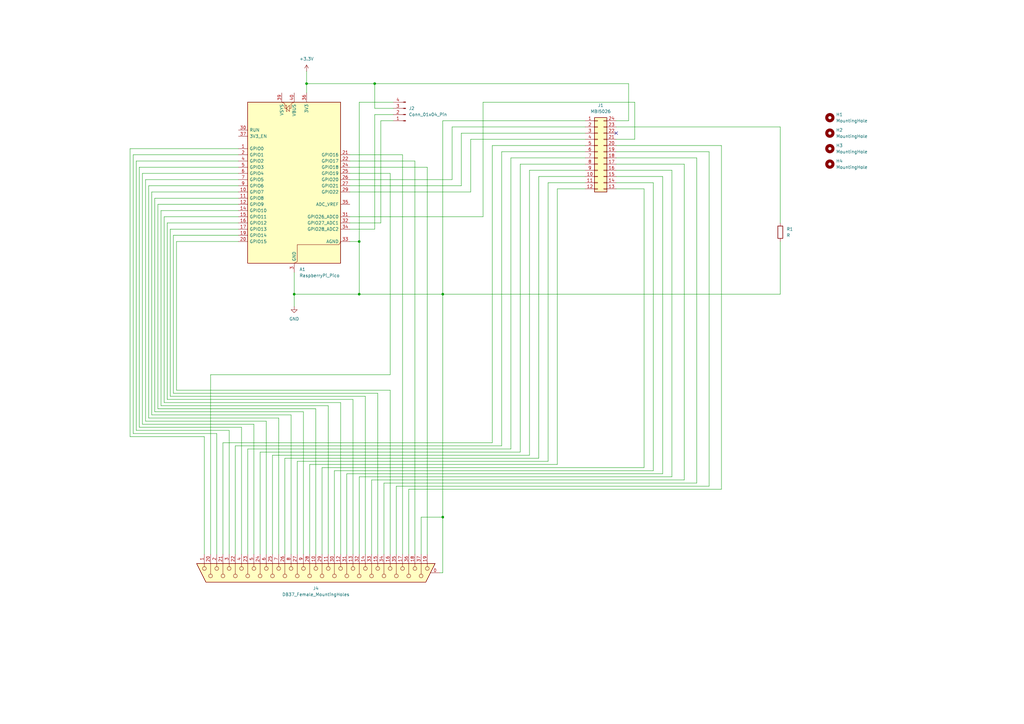
<source format=kicad_sch>
(kicad_sch (version 20250114) (generator "eeschema") (generator_version "9.0")
  (paper "A3")
  (lib_symbols
    (symbol "Connector:Conn_01x04_Pin" (pin_names (offset 1.016) (hide yes))
      (property "Reference" "J" (at 0 5.08 0))
      (property "Value" "Conn_01x04_Pin" (at 0 -7.62 0))
      (symbol "Conn_01x04_Pin_1_1"
        (rectangle (start 0.8636 2.667) (end 0 2.413) (stroke (width 0.1524)) (fill (type outline)))
        (rectangle (start 0.8636 0.127) (end 0 -0.127) (stroke (width 0.1524)) (fill (type outline)))
        (rectangle (start 0.8636 -2.413) (end 0 -2.667) (stroke (width 0.1524)) (fill (type outline)))
        (rectangle (start 0.8636 -4.953) (end 0 -5.207) (stroke (width 0.1524)) (fill (type outline)))
        (polyline (pts (xy 1.27 2.54) (xy 0.8636 2.54)) (stroke (width 0.1524)))
        (polyline (pts (xy 1.27 0) (xy 0.8636 0)) (stroke (width 0.1524)))
        (polyline (pts (xy 1.27 -2.54) (xy 0.8636 -2.54)) (stroke (width 0.1524)))
        (polyline (pts (xy 1.27 -5.08) (xy 0.8636 -5.08)) (stroke (width 0.1524)))
        (pin passive line (at 5.08 2.54 180) (length 3.81) (name "Pin_1") (number "1"))
        (pin passive line (at 5.08 0 180) (length 3.81) (name "Pin_2") (number "2"))
        (pin passive line (at 5.08 -2.54 180) (length 3.81) (name "Pin_3") (number "3"))
        (pin passive line (at 5.08 -5.08 180) (length 3.81) (name "Pin_4") (number "4"))
      )
    )
    (symbol "Connector_Generic:Conn_02x12_Counter_Clockwise" (pin_names (offset 1.016) (hide yes))
      (property "Reference" "J" (at 1.27 15.24 0))
      (property "Value" "Conn_02x12_Counter_Clockwise" (at 1.27 -17.78 0))
      (symbol "Conn_02x12_Counter_Clockwise_1_1"
        (rectangle (start -1.27 13.97) (end 3.81 -16.51) (stroke (width 0.254)) (fill (type background)))
        (rectangle (start -1.27 12.827) (end 0 12.573) (stroke (width 0.1524)))
        (rectangle (start -1.27 10.287) (end 0 10.033) (stroke (width 0.1524)))
        (rectangle (start -1.27 7.747) (end 0 7.493) (stroke (width 0.1524)))
        (rectangle (start -1.27 5.207) (end 0 4.953) (stroke (width 0.1524)))
        (rectangle (start -1.27 2.667) (end 0 2.413) (stroke (width 0.1524)))
        (rectangle (start -1.27 0.127) (end 0 -0.127) (stroke (width 0.1524)))
        (rectangle (start -1.27 -2.413) (end 0 -2.667) (stroke (width 0.1524)))
        (rectangle (start -1.27 -4.953) (end 0 -5.207) (stroke (width 0.1524)))
        (rectangle (start -1.27 -7.493) (end 0 -7.747) (stroke (width 0.1524)))
        (rectangle (start -1.27 -10.033) (end 0 -10.287) (stroke (width 0.1524)))
        (rectangle (start -1.27 -12.573) (end 0 -12.827) (stroke (width 0.1524)))
        (rectangle (start -1.27 -15.113) (end 0 -15.367) (stroke (width 0.1524)))
        (rectangle (start 3.81 12.827) (end 2.54 12.573) (stroke (width 0.1524)))
        (rectangle (start 3.81 10.287) (end 2.54 10.033) (stroke (width 0.1524)))
        (rectangle (start 3.81 7.747) (end 2.54 7.493) (stroke (width 0.1524)))
        (rectangle (start 3.81 5.207) (end 2.54 4.953) (stroke (width 0.1524)))
        (rectangle (start 3.81 2.667) (end 2.54 2.413) (stroke (width 0.1524)))
        (rectangle (start 3.81 0.127) (end 2.54 -0.127) (stroke (width 0.1524)))
        (rectangle (start 3.81 -2.413) (end 2.54 -2.667) (stroke (width 0.1524)))
        (rectangle (start 3.81 -4.953) (end 2.54 -5.207) (stroke (width 0.1524)))
        (rectangle (start 3.81 -7.493) (end 2.54 -7.747) (stroke (width 0.1524)))
        (rectangle (start 3.81 -10.033) (end 2.54 -10.287) (stroke (width 0.1524)))
        (rectangle (start 3.81 -12.573) (end 2.54 -12.827) (stroke (width 0.1524)))
        (rectangle (start 3.81 -15.113) (end 2.54 -15.367) (stroke (width 0.1524)))
        (pin passive line (at -5.08 12.7 0) (length 3.81) (name "Pin_1") (number "1"))
        (pin passive line (at -5.08 10.16 0) (length 3.81) (name "Pin_2") (number "2"))
        (pin passive line (at -5.08 7.62 0) (length 3.81) (name "Pin_3") (number "3"))
        (pin passive line (at -5.08 5.08 0) (length 3.81) (name "Pin_4") (number "4"))
        (pin passive line (at -5.08 2.54 0) (length 3.81) (name "Pin_5") (number "5"))
        (pin passive line (at -5.08 0 0) (length 3.81) (name "Pin_6") (number "6"))
        (pin passive line (at -5.08 -2.54 0) (length 3.81) (name "Pin_7") (number "7"))
        (pin passive line (at -5.08 -5.08 0) (length 3.81) (name "Pin_8") (number "8"))
        (pin passive line (at -5.08 -7.62 0) (length 3.81) (name "Pin_9") (number "9"))
        (pin passive line (at -5.08 -10.16 0) (length 3.81) (name "Pin_10") (number "10"))
        (pin passive line (at -5.08 -12.7 0) (length 3.81) (name "Pin_11") (number "11"))
        (pin passive line (at -5.08 -15.24 0) (length 3.81) (name "Pin_12") (number "12"))
        (pin passive line (at 7.62 12.7 180) (length 3.81) (name "Pin_24") (number "24"))
        (pin passive line (at 7.62 10.16 180) (length 3.81) (name "Pin_23") (number "23"))
        (pin passive line (at 7.62 7.62 180) (length 3.81) (name "Pin_22") (number "22"))
        (pin passive line (at 7.62 5.08 180) (length 3.81) (name "Pin_21") (number "21"))
        (pin passive line (at 7.62 2.54 180) (length 3.81) (name "Pin_20") (number "20"))
        (pin passive line (at 7.62 0 180) (length 3.81) (name "Pin_19") (number "19"))
        (pin passive line (at 7.62 -2.54 180) (length 3.81) (name "Pin_18") (number "18"))
        (pin passive line (at 7.62 -5.08 180) (length 3.81) (name "Pin_17") (number "17"))
        (pin passive line (at 7.62 -7.62 180) (length 3.81) (name "Pin_16") (number "16"))
        (pin passive line (at 7.62 -10.16 180) (length 3.81) (name "Pin_15") (number "15"))
        (pin passive line (at 7.62 -12.7 180) (length 3.81) (name "Pin_14") (number "14"))
        (pin passive line (at 7.62 -15.24 180) (length 3.81) (name "Pin_13") (number "13"))
      )
    )
    (symbol "Device:R" (pin_numbers (hide yes)) (pin_names (offset 0))
      (property "Reference" "R" (at 2.032 0 90))
      (property "Value" "R" (at 0 0 90))
      (symbol "R_0_1"
        (rectangle (start -1.016 -2.54) (end 1.016 2.54) (stroke (width 0.254)))
      )
      (symbol "R_1_1"
        (pin passive line (at 0 3.81 270) (length 1.27) (name "~") (number "1"))
        (pin passive line (at 0 -3.81 90) (length 1.27) (name "~") (number "2"))
      )
    )
    (symbol "MCU_Module:RaspberryPi_Pico" (pin_names (offset 0.762))
      (property "Reference" "A" (at -19.05 35.56 0))
      (property "Value" "RaspberryPi_Pico" (at 7.62 35.56 0))
      (symbol "RaspberryPi_Pico_0_1"
        (rectangle (start -19.05 34.29) (end 19.05 -31.75) (stroke (width 0.254)) (fill (type background)))
        (polyline (pts (xy -5.08 34.29) (xy -3.81 33.655) (xy -3.81 31.75) (xy -3.175 31.75)))
        (polyline (pts (xy -3.429 32.766) (xy -3.429 33.02) (xy -3.175 33.02) (xy -3.175 30.48) (xy -2.921 30.48) (xy -2.921 30.734)))
        (polyline (pts (xy -3.175 31.75) (xy -1.905 33.02) (xy -1.905 30.48) (xy -3.175 31.75)))
        (polyline (pts (xy 0 34.29) (xy -1.27 33.655) (xy -1.27 31.75) (xy -1.905 31.75)))
        (polyline (pts (xy 0 -31.75) (xy 1.27 -31.115) (xy 1.27 -24.13) (xy 18.415 -24.13) (xy 19.05 -22.86)))
      )
      (symbol "RaspberryPi_Pico_1_1"
        (pin passive line (at -22.86 22.86 0) (length 3.81) (name "RUN") (number "30"))
        (pin passive line (at -22.86 20.32 0) (length 3.81) (name "3V3_EN") (number "37"))
        (pin bidirectional line (at -22.86 15.24 0) (length 3.81) (name "GPIO0") (number "1"))
        (pin bidirectional line (at -22.86 12.7 0) (length 3.81) (name "GPIO1") (number "2"))
        (pin bidirectional line (at -22.86 10.16 0) (length 3.81) (name "GPIO2") (number "4"))
        (pin bidirectional line (at -22.86 7.62 0) (length 3.81) (name "GPIO3") (number "5"))
        (pin bidirectional line (at -22.86 5.08 0) (length 3.81) (name "GPIO4") (number "6"))
        (pin bidirectional line (at -22.86 2.54 0) (length 3.81) (name "GPIO5") (number "7"))
        (pin bidirectional line (at -22.86 0 0) (length 3.81) (name "GPIO6") (number "9"))
        (pin bidirectional line (at -22.86 -2.54 0) (length 3.81) (name "GPIO7") (number "10"))
        (pin bidirectional line (at -22.86 -5.08 0) (length 3.81) (name "GPIO8") (number "11"))
        (pin bidirectional line (at -22.86 -7.62 0) (length 3.81) (name "GPIO9") (number "12"))
        (pin bidirectional line (at -22.86 -10.16 0) (length 3.81) (name "GPIO10") (number "14"))
        (pin bidirectional line (at -22.86 -12.7 0) (length 3.81) (name "GPIO11") (number "15"))
        (pin bidirectional line (at -22.86 -15.24 0) (length 3.81) (name "GPIO12") (number "16"))
        (pin bidirectional line (at -22.86 -17.78 0) (length 3.81) (name "GPIO13") (number "17"))
        (pin bidirectional line (at -22.86 -20.32 0) (length 3.81) (name "GPIO14") (number "19"))
        (pin bidirectional line (at -22.86 -22.86 0) (length 3.81) (name "GPIO15") (number "20"))
        (pin power_in line (at -5.08 38.1 270) (length 3.81) (name "VSYS") (number "39"))
        (pin power_out line (at 0 38.1 270) (length 3.81) (name "VBUS") (number "40"))
        (pin passive line (at 0 -35.56 90) (length 3.81) (hide yes) (name "GND") (number "13"))
        (pin passive line (at 0 -35.56 90) (length 3.81) (hide yes) (name "GND") (number "18"))
        (pin passive line (at 0 -35.56 90) (length 3.81) (hide yes) (name "GND") (number "23"))
        (pin passive line (at 0 -35.56 90) (length 3.81) (hide yes) (name "GND") (number "28"))
        (pin power_out line (at 0 -35.56 90) (length 3.81) (name "GND") (number "3"))
        (pin passive line (at 0 -35.56 90) (length 3.81) (hide yes) (name "GND") (number "38"))
        (pin passive line (at 0 -35.56 90) (length 3.81) (hide yes) (name "GND") (number "8"))
        (pin power_out line (at 5.08 38.1 270) (length 3.81) (name "3V3") (number "36"))
        (pin bidirectional line (at 22.86 12.7 180) (length 3.81) (name "GPIO16") (number "21"))
        (pin bidirectional line (at 22.86 10.16 180) (length 3.81) (name "GPIO17") (number "22"))
        (pin bidirectional line (at 22.86 7.62 180) (length 3.81) (name "GPIO18") (number "24"))
        (pin bidirectional line (at 22.86 5.08 180) (length 3.81) (name "GPIO19") (number "25"))
        (pin bidirectional line (at 22.86 2.54 180) (length 3.81) (name "GPIO20") (number "26"))
        (pin bidirectional line (at 22.86 0 180) (length 3.81) (name "GPIO21") (number "27"))
        (pin bidirectional line (at 22.86 -2.54 180) (length 3.81) (name "GPIO22") (number "29"))
        (pin power_in line (at 22.86 -7.62 180) (length 3.81) (name "ADC_VREF") (number "35"))
        (pin bidirectional line (at 22.86 -12.7 180) (length 3.81) (name "GPIO26_ADC0") (number "31"))
        (pin bidirectional line (at 22.86 -15.24 180) (length 3.81) (name "GPIO27_ADC1") (number "32"))
        (pin bidirectional line (at 22.86 -17.78 180) (length 3.81) (name "GPIO28_ADC2") (number "34"))
        (pin power_out line (at 22.86 -22.86 180) (length 3.81) (name "AGND") (number "33"))
      )
    )
    (symbol "Mechanical:MountingHole" (pin_names (offset 1.016)) (in_bom no)
      (property "Reference" "H" (at 0 5.08 0))
      (property "Value" "MountingHole" (at 0 3.175 0))
      (symbol "MountingHole_0_1"
        (circle (center 0 0) (radius 1.27) (stroke (width 1.27)))
      )
    )
    (symbol "connectors:DB37_Female_MountingHoles" (pin_names (offset 1.016) (hide yes))
      (property "Reference" "J" (at 0 52.07 0))
      (property "Value" "DB37_Female_MountingHoles" (at 0 50.165 0))
      (symbol "DB37_Female_MountingHoles_0_1"
        (polyline (pts (xy -3.81 45.72) (xy -2.54 45.72)))
        (polyline (pts (xy -3.81 43.18) (xy 0.508 43.18)))
        (polyline (pts (xy -3.81 40.64) (xy -2.54 40.64)))
        (polyline (pts (xy -3.81 38.1) (xy 0.508 38.1)))
        (polyline (pts (xy -3.81 35.56) (xy -2.54 35.56)))
        (polyline (pts (xy -3.81 33.02) (xy 0.508 33.02)))
        (polyline (pts (xy -3.81 30.48) (xy -2.54 30.48)))
        (polyline (pts (xy -3.81 27.94) (xy 0.508 27.94)))
        (polyline (pts (xy -3.81 25.4) (xy -2.54 25.4)))
        (polyline (pts (xy -3.81 22.86) (xy 0.508 22.86)))
        (polyline (pts (xy -3.81 20.32) (xy -2.54 20.32)))
        (polyline (pts (xy -3.81 17.78) (xy 0.508 17.78)))
        (polyline (pts (xy -3.81 15.24) (xy -2.54 15.24)))
        (polyline (pts (xy -3.81 12.7) (xy 0.508 12.7)))
        (polyline (pts (xy -3.81 10.16) (xy -2.54 10.16)))
        (polyline (pts (xy -3.81 7.62) (xy 0.508 7.62)))
        (polyline (pts (xy -3.81 5.08) (xy -2.54 5.08)))
        (polyline (pts (xy -3.81 2.54) (xy 0.508 2.54)))
        (polyline (pts (xy -3.81 0) (xy -2.54 0)))
        (polyline (pts (xy -3.81 -2.54) (xy 0.508 -2.54)))
        (polyline (pts (xy -3.81 -5.08) (xy -2.54 -5.08)))
        (polyline (pts (xy -3.81 -7.62) (xy 0.508 -7.62)))
        (polyline (pts (xy -3.81 -10.16) (xy -2.54 -10.16)))
        (polyline (pts (xy -3.81 -12.7) (xy 0.508 -12.7)))
        (polyline (pts (xy -3.81 -15.24) (xy -2.54 -15.24)))
        (polyline (pts (xy -3.81 -17.78) (xy 0.508 -17.78)))
        (polyline (pts (xy -3.81 -20.32) (xy -2.54 -20.32)))
        (polyline (pts (xy -3.81 -22.86) (xy 0.508 -22.86)))
        (polyline (pts (xy -3.81 -25.4) (xy -2.54 -25.4)))
        (polyline (pts (xy -3.81 -27.94) (xy 0.508 -27.94)))
        (polyline (pts (xy -3.81 -30.48) (xy -2.54 -30.48)))
        (polyline (pts (xy -3.81 -33.02) (xy 0.508 -33.02)))
        (polyline (pts (xy -3.81 -35.56) (xy -2.54 -35.56)))
        (polyline (pts (xy -3.81 -38.1) (xy 0.508 -38.1)))
        (polyline (pts (xy -3.81 -40.64) (xy -2.54 -40.64)))
        (polyline (pts (xy -3.81 -43.18) (xy 0.508 -43.18)))
        (polyline (pts (xy -3.81 -45.72) (xy -2.54 -45.72)))
        (polyline (pts (xy -3.81 -48.895) (xy 3.81 -45.085) (xy 3.81 45.085) (xy -3.81 48.895) (xy -3.81 -48.895)) (stroke (width 0.254)) (fill (type background)))
        (circle (center -1.778 45.72) (radius 0.762))
        (circle (center -1.778 40.64) (radius 0.762))
        (circle (center -1.778 35.56) (radius 0.762))
        (circle (center -1.778 30.48) (radius 0.762))
        (circle (center -1.778 25.4) (radius 0.762))
        (circle (center -1.778 20.32) (radius 0.762))
        (circle (center -1.778 15.24) (radius 0.762))
        (circle (center -1.778 10.16) (radius 0.762))
        (circle (center -1.778 5.08) (radius 0.762))
        (circle (center -1.778 0) (radius 0.762))
        (circle (center -1.778 -5.08) (radius 0.762))
        (circle (center -1.778 -10.16) (radius 0.762))
        (circle (center -1.778 -15.24) (radius 0.762))
        (circle (center -1.778 -20.32) (radius 0.762))
        (circle (center -1.778 -25.4) (radius 0.762))
        (circle (center -1.778 -30.48) (radius 0.762))
        (circle (center -1.778 -35.56) (radius 0.762))
        (circle (center -1.778 -40.64) (radius 0.762))
        (circle (center -1.778 -45.72) (radius 0.762))
        (circle (center 1.27 43.18) (radius 0.762))
        (circle (center 1.27 38.1) (radius 0.762))
        (circle (center 1.27 33.02) (radius 0.762))
        (circle (center 1.27 27.94) (radius 0.762))
        (circle (center 1.27 22.86) (radius 0.762))
        (circle (center 1.27 17.78) (radius 0.762))
        (circle (center 1.27 12.7) (radius 0.762))
        (circle (center 1.27 7.62) (radius 0.762))
        (circle (center 1.27 2.54) (radius 0.762))
        (circle (center 1.27 -2.54) (radius 0.762))
        (circle (center 1.27 -7.62) (radius 0.762))
        (circle (center 1.27 -12.7) (radius 0.762))
        (circle (center 1.27 -17.78) (radius 0.762))
        (circle (center 1.27 -22.86) (radius 0.762))
        (circle (center 1.27 -27.94) (radius 0.762))
        (circle (center 1.27 -33.02) (radius 0.762))
        (circle (center 1.27 -38.1) (radius 0.762))
        (circle (center 1.27 -43.18) (radius 0.762))
      )
      (symbol "DB37_Female_MountingHoles_1_1"
        (pin passive line (at -7.62 45.72 0) (length 3.81) (name "1") (number "1"))
        (pin passive line (at -7.62 43.18 0) (length 3.81) (name "20") (number "20"))
        (pin passive line (at -7.62 40.64 0) (length 3.81) (name "2") (number "2"))
        (pin passive line (at -7.62 38.1 0) (length 3.81) (name "21") (number "21"))
        (pin passive line (at -7.62 35.56 0) (length 3.81) (name "3") (number "3"))
        (pin passive line (at -7.62 33.02 0) (length 3.81) (name "22") (number "22"))
        (pin passive line (at -7.62 30.48 0) (length 3.81) (name "4") (number "4"))
        (pin passive line (at -7.62 27.94 0) (length 3.81) (name "23") (number "23"))
        (pin passive line (at -7.62 25.4 0) (length 3.81) (name "5") (number "5"))
        (pin passive line (at -7.62 22.86 0) (length 3.81) (name "24") (number "24"))
        (pin passive line (at -7.62 20.32 0) (length 3.81) (name "6") (number "6"))
        (pin passive line (at -7.62 17.78 0) (length 3.81) (name "25") (number "25"))
        (pin passive line (at -7.62 15.24 0) (length 3.81) (name "7") (number "7"))
        (pin passive line (at -7.62 12.7 0) (length 3.81) (name "26") (number "26"))
        (pin passive line (at -7.62 10.16 0) (length 3.81) (name "8") (number "8"))
        (pin passive line (at -7.62 7.62 0) (length 3.81) (name "27") (number "27"))
        (pin passive line (at -7.62 5.08 0) (length 3.81) (name "9") (number "9"))
        (pin passive line (at -7.62 2.54 0) (length 3.81) (name "28") (number "28"))
        (pin passive line (at -7.62 0 0) (length 3.81) (name "10") (number "10"))
        (pin passive line (at -7.62 -2.54 0) (length 3.81) (name "29") (number "29"))
        (pin passive line (at -7.62 -5.08 0) (length 3.81) (name "11") (number "11"))
        (pin passive line (at -7.62 -7.62 0) (length 3.81) (name "30") (number "30"))
        (pin passive line (at -7.62 -10.16 0) (length 3.81) (name "12") (number "12"))
        (pin passive line (at -7.62 -12.7 0) (length 3.81) (name "31") (number "31"))
        (pin passive line (at -7.62 -15.24 0) (length 3.81) (name "13") (number "13"))
        (pin passive line (at -7.62 -17.78 0) (length 3.81) (name "32") (number "32"))
        (pin passive line (at -7.62 -20.32 0) (length 3.81) (name "14") (number "14"))
        (pin passive line (at -7.62 -22.86 0) (length 3.81) (name "33") (number "33"))
        (pin passive line (at -7.62 -25.4 0) (length 3.81) (name "15") (number "15"))
        (pin passive line (at -7.62 -27.94 0) (length 3.81) (name "34") (number "34"))
        (pin passive line (at -7.62 -30.48 0) (length 3.81) (name "16") (number "16"))
        (pin passive line (at -7.62 -33.02 0) (length 3.81) (name "35") (number "35"))
        (pin passive line (at -7.62 -35.56 0) (length 3.81) (name "17") (number "17"))
        (pin passive line (at -7.62 -38.1 0) (length 3.81) (name "36") (number "36"))
        (pin passive line (at -7.62 -40.64 0) (length 3.81) (name "18") (number "18"))
        (pin passive line (at -7.62 -43.18 0) (length 3.81) (name "37") (number "37"))
        (pin passive line (at -7.62 -45.72 0) (length 3.81) (name "19") (number "19"))
        (pin passive line (at 0 -50.8 90) (length 3.81) (name "PAD") (number "0"))
      )
    )
    (symbol "power:+3.3V" (power) (pin_numbers (hide yes)) (pin_names (offset 0) (hide yes))
      (property "Value" "+3.3V" (at 0 3.556 0))
      (symbol "+3.3V_0_1"
        (polyline (pts (xy -0.762 1.27) (xy 0 2.54)))
        (polyline (pts (xy 0 2.54) (xy 0.762 1.27)))
        (polyline (pts (xy 0 0) (xy 0 2.54)))
      )
      (symbol "+3.3V_1_1"
        (pin power_in line (at 0 0 90) (length 0) (name "~") (number "1"))
      )
    )
    (symbol "power:GND" (power) (pin_numbers (hide yes)) (pin_names (offset 0) (hide yes))
      (property "Value" "GND" (at 0 -3.81 0))
      (symbol "GND_0_1"
        (polyline (pts (xy 0 0) (xy 0 -1.27) (xy 1.27 -1.27) (xy 0 -2.54) (xy -1.27 -1.27) (xy 0 -1.27)))
      )
      (symbol "GND_1_1"
        (pin power_in line (at 0 0 270) (length 0) (name "~") (number "1"))
      )
    )
  )
  (junction (at 153.67 34.29))
  (junction (at 120.65 120.65))
  (junction (at 147.32 99.06))
  (junction (at 181.61 120.65))
  (junction (at 125.73 34.29))
  (junction (at 147.32 120.65))
  (junction (at 181.61 212.09))
  (no_connect (at 252.73 54.61))
  (wire (pts (xy 142.24 194.31) (xy 142.24 227.33)))
  (wire (pts (xy 55.88 66.04) (xy 97.79 66.04)))
  (wire (pts (xy 91.44 227.33) (xy 91.44 181.61)))
  (wire (pts (xy 68.58 163.83) (xy 144.78 163.83)))
  (wire (pts (xy 157.48 227.33) (xy 157.48 198.12)))
  (wire (pts (xy 160.02 153.67) (xy 160.02 71.12)))
  (wire (pts (xy 125.73 34.29) (xy 153.67 34.29)))
  (wire (pts (xy 205.74 62.23) (xy 240.03 62.23)))
  (wire (pts (xy 71.12 161.29) (xy 154.94 161.29)))
  (wire (pts (xy 59.69 172.72) (xy 109.22 172.72)))
  (wire (pts (xy 167.64 200.66) (xy 295.91 200.66)))
  (wire (pts (xy 106.68 227.33) (xy 106.68 185.42)))
  (wire (pts (xy 152.4 196.85) (xy 152.4 227.33)))
  (wire (pts (xy 99.06 175.26) (xy 57.15 175.26)))
  (wire (pts (xy 109.22 172.72) (xy 109.22 227.33)))
  (wire (pts (xy 88.9 177.8) (xy 54.61 177.8)))
  (wire (pts (xy 154.94 161.29) (xy 154.94 227.33)))
  (wire (pts (xy 143.51 93.98) (xy 153.67 93.98)))
  (wire (pts (xy 106.68 185.42) (xy 213.36 185.42)))
  (wire (pts (xy 143.51 88.9) (xy 198.12 88.9)))
  (wire (pts (xy 66.04 86.36) (xy 97.79 86.36)))
  (wire (pts (xy 58.42 71.12) (xy 58.42 173.99)))
  (wire (pts (xy 57.15 175.26) (xy 57.15 68.58)))
  (wire (pts (xy 91.44 181.61) (xy 201.93 181.61)))
  (wire (pts (xy 127 190.5) (xy 228.6 190.5)))
  (wire (pts (xy 97.79 78.74) (xy 62.23 78.74)))
  (wire (pts (xy 116.84 227.33) (xy 116.84 187.96)))
  (wire (pts (xy 285.75 64.77) (xy 252.73 64.77)))
  (wire (pts (xy 175.26 227.33) (xy 175.26 68.58)))
  (wire (pts (xy 205.74 182.88) (xy 205.74 62.23)))
  (wire (pts (xy 67.31 88.9) (xy 97.79 88.9)))
  (wire (pts (xy 97.79 91.44) (xy 68.58 91.44)))
  (wire (pts (xy 143.51 78.74) (xy 193.04 78.74)))
  (wire (pts (xy 93.98 176.53) (xy 55.88 176.53)))
  (wire (pts (xy 217.17 69.85) (xy 217.17 186.69)))
  (wire (pts (xy 228.6 77.47) (xy 240.03 77.47)))
  (wire (pts (xy 252.73 67.31) (xy 280.67 67.31)))
  (wire (pts (xy 62.23 170.18) (xy 119.38 170.18)))
  (wire (pts (xy 147.32 120.65) (xy 120.65 120.65)))
  (wire (pts (xy 170.18 66.04) (xy 143.51 66.04)))
  (wire (pts (xy 99.06 227.33) (xy 99.06 175.26)))
  (wire (pts (xy 55.88 176.53) (xy 55.88 66.04)))
  (wire (pts (xy 185.42 73.66) (xy 185.42 52.07)))
  (wire (pts (xy 125.73 34.29) (xy 125.73 38.1)))
  (wire (pts (xy 320.04 52.07) (xy 320.04 91.44)))
  (wire (pts (xy 97.79 60.96) (xy 53.34 60.96)))
  (wire (pts (xy 63.5 168.91) (xy 63.5 81.28)))
  (wire (pts (xy 271.78 194.31) (xy 142.24 194.31)))
  (wire (pts (xy 66.04 166.37) (xy 66.04 86.36)))
  (wire (pts (xy 147.32 195.58) (xy 275.59 195.58)))
  (wire (pts (xy 165.1 227.33) (xy 165.1 63.5)))
  (wire (pts (xy 198.12 88.9) (xy 198.12 41.91)))
  (wire (pts (xy 198.12 41.91) (xy 260.35 41.91)))
  (wire (pts (xy 280.67 67.31) (xy 280.67 196.85)))
  (wire (pts (xy 147.32 227.33) (xy 147.32 195.58)))
  (wire (pts (xy 139.7 165.1) (xy 67.31 165.1)))
  (wire (pts (xy 209.55 184.15) (xy 101.6 184.15)))
  (wire (pts (xy 58.42 173.99) (xy 104.14 173.99)))
  (wire (pts (xy 63.5 81.28) (xy 97.79 81.28)))
  (wire (pts (xy 83.82 179.07) (xy 83.82 227.33)))
  (wire (pts (xy 240.03 69.85) (xy 217.17 69.85)))
  (wire (pts (xy 139.7 227.33) (xy 139.7 165.1)))
  (wire (pts (xy 114.3 227.33) (xy 114.3 171.45)))
  (wire (pts (xy 264.16 191.77) (xy 132.08 191.77)))
  (wire (pts (xy 271.78 72.39) (xy 271.78 194.31)))
  (wire (pts (xy 193.04 78.74) (xy 193.04 57.15)))
  (wire (pts (xy 172.72 212.09) (xy 181.61 212.09)))
  (wire (pts (xy 175.26 68.58) (xy 143.51 68.58)))
  (wire (pts (xy 252.73 74.93) (xy 267.97 74.93)))
  (wire (pts (xy 224.79 74.93) (xy 224.79 189.23)))
  (wire (pts (xy 252.73 72.39) (xy 271.78 72.39)))
  (wire (pts (xy 104.14 173.99) (xy 104.14 227.33)))
  (wire (pts (xy 143.51 99.06) (xy 147.32 99.06)))
  (wire (pts (xy 217.17 186.69) (xy 111.76 186.69)))
  (wire (pts (xy 165.1 63.5) (xy 143.51 63.5)))
  (wire (pts (xy 162.56 199.39) (xy 162.56 227.33)))
  (wire (pts (xy 252.73 49.53) (xy 257.81 49.53)))
  (wire (pts (xy 290.83 62.23) (xy 290.83 199.39)))
  (wire (pts (xy 60.96 76.2) (xy 97.79 76.2)))
  (wire (pts (xy 120.65 120.65) (xy 120.65 125.73)))
  (wire (pts (xy 68.58 91.44) (xy 68.58 163.83)))
  (wire (pts (xy 149.86 227.33) (xy 149.86 162.56)))
  (wire (pts (xy 114.3 171.45) (xy 60.96 171.45)))
  (wire (pts (xy 181.61 49.53) (xy 181.61 120.65)))
  (wire (pts (xy 59.69 73.66) (xy 59.69 172.72)))
  (wire (pts (xy 201.93 59.69) (xy 240.03 59.69)))
  (wire (pts (xy 320.04 99.06) (xy 320.04 120.65)))
  (wire (pts (xy 96.52 227.33) (xy 96.52 182.88)))
  (wire (pts (xy 161.29 44.45) (xy 153.67 44.45)))
  (wire (pts (xy 160.02 71.12) (xy 143.51 71.12)))
  (wire (pts (xy 180.34 234.95) (xy 181.61 234.95)))
  (wire (pts (xy 181.61 212.09) (xy 181.61 120.65)))
  (wire (pts (xy 57.15 68.58) (xy 97.79 68.58)))
  (wire (pts (xy 275.59 195.58) (xy 275.59 69.85)))
  (wire (pts (xy 295.91 200.66) (xy 295.91 59.69)))
  (wire (pts (xy 280.67 196.85) (xy 152.4 196.85)))
  (wire (pts (xy 153.67 34.29) (xy 257.81 34.29)))
  (wire (pts (xy 119.38 170.18) (xy 119.38 227.33)))
  (wire (pts (xy 172.72 227.33) (xy 172.72 212.09)))
  (wire (pts (xy 285.75 198.12) (xy 285.75 64.77)))
  (wire (pts (xy 156.21 49.53) (xy 161.29 49.53)))
  (wire (pts (xy 153.67 46.99) (xy 161.29 46.99)))
  (wire (pts (xy 240.03 49.53) (xy 181.61 49.53)))
  (wire (pts (xy 127 227.33) (xy 127 190.5)))
  (wire (pts (xy 201.93 181.61) (xy 201.93 59.69)))
  (wire (pts (xy 147.32 99.06) (xy 147.32 120.65)))
  (wire (pts (xy 156.21 91.44) (xy 156.21 49.53)))
  (wire (pts (xy 137.16 193.04) (xy 267.97 193.04)))
  (wire (pts (xy 53.34 60.96) (xy 53.34 179.07)))
  (wire (pts (xy 160.02 227.33) (xy 160.02 160.02)))
  (wire (pts (xy 54.61 63.5) (xy 97.79 63.5)))
  (wire (pts (xy 134.62 227.33) (xy 134.62 166.37)))
  (wire (pts (xy 129.54 167.64) (xy 129.54 227.33)))
  (wire (pts (xy 143.51 91.44) (xy 156.21 91.44)))
  (wire (pts (xy 97.79 73.66) (xy 59.69 73.66)))
  (wire (pts (xy 62.23 78.74) (xy 62.23 170.18)))
  (wire (pts (xy 121.92 189.23) (xy 121.92 227.33)))
  (wire (pts (xy 125.73 29.21) (xy 125.73 34.29)))
  (wire (pts (xy 124.46 227.33) (xy 124.46 168.91)))
  (wire (pts (xy 97.79 96.52) (xy 71.12 96.52)))
  (wire (pts (xy 69.85 93.98) (xy 97.79 93.98)))
  (wire (pts (xy 147.32 41.91) (xy 147.32 99.06)))
  (wire (pts (xy 132.08 191.77) (xy 132.08 227.33)))
  (wire (pts (xy 193.04 57.15) (xy 240.03 57.15)))
  (wire (pts (xy 157.48 198.12) (xy 285.75 198.12)))
  (wire (pts (xy 111.76 186.69) (xy 111.76 227.33)))
  (wire (pts (xy 86.36 227.33) (xy 86.36 153.67)))
  (wire (pts (xy 252.73 62.23) (xy 290.83 62.23)))
  (wire (pts (xy 209.55 64.77) (xy 209.55 184.15)))
  (wire (pts (xy 97.79 71.12) (xy 58.42 71.12)))
  (wire (pts (xy 69.85 162.56) (xy 69.85 93.98)))
  (wire (pts (xy 181.61 120.65) (xy 147.32 120.65)))
  (wire (pts (xy 54.61 177.8) (xy 54.61 63.5)))
  (wire (pts (xy 295.91 59.69) (xy 252.73 59.69)))
  (wire (pts (xy 189.23 54.61) (xy 189.23 76.2)))
  (wire (pts (xy 153.67 44.45) (xy 153.67 34.29)))
  (wire (pts (xy 220.98 187.96) (xy 220.98 72.39)))
  (wire (pts (xy 153.67 93.98) (xy 153.67 46.99)))
  (wire (pts (xy 72.39 99.06) (xy 97.79 99.06)))
  (wire (pts (xy 240.03 54.61) (xy 189.23 54.61)))
  (wire (pts (xy 137.16 227.33) (xy 137.16 193.04)))
  (wire (pts (xy 228.6 190.5) (xy 228.6 77.47)))
  (wire (pts (xy 71.12 96.52) (xy 71.12 161.29)))
  (wire (pts (xy 120.65 111.76) (xy 120.65 120.65)))
  (wire (pts (xy 116.84 187.96) (xy 220.98 187.96)))
  (wire (pts (xy 213.36 185.42) (xy 213.36 67.31)))
  (wire (pts (xy 53.34 179.07) (xy 83.82 179.07)))
  (wire (pts (xy 64.77 83.82) (xy 64.77 167.64)))
  (wire (pts (xy 167.64 227.33) (xy 167.64 200.66)))
  (wire (pts (xy 96.52 182.88) (xy 205.74 182.88)))
  (wire (pts (xy 220.98 72.39) (xy 240.03 72.39)))
  (wire (pts (xy 170.18 227.33) (xy 170.18 66.04)))
  (wire (pts (xy 124.46 168.91) (xy 63.5 168.91)))
  (wire (pts (xy 252.73 52.07) (xy 320.04 52.07)))
  (wire (pts (xy 160.02 160.02) (xy 72.39 160.02)))
  (wire (pts (xy 143.51 73.66) (xy 185.42 73.66)))
  (wire (pts (xy 97.79 83.82) (xy 64.77 83.82)))
  (wire (pts (xy 290.83 199.39) (xy 162.56 199.39)))
  (wire (pts (xy 189.23 76.2) (xy 143.51 76.2)))
  (wire (pts (xy 213.36 67.31) (xy 240.03 67.31)))
  (wire (pts (xy 267.97 193.04) (xy 267.97 74.93)))
  (wire (pts (xy 257.81 49.53) (xy 257.81 34.29)))
  (wire (pts (xy 134.62 166.37) (xy 66.04 166.37)))
  (wire (pts (xy 240.03 74.93) (xy 224.79 74.93)))
  (wire (pts (xy 149.86 162.56) (xy 69.85 162.56)))
  (wire (pts (xy 93.98 227.33) (xy 93.98 176.53)))
  (wire (pts (xy 88.9 227.33) (xy 88.9 177.8)))
  (wire (pts (xy 64.77 167.64) (xy 129.54 167.64)))
  (wire (pts (xy 252.73 77.47) (xy 264.16 77.47)))
  (wire (pts (xy 147.32 41.91) (xy 161.29 41.91)))
  (wire (pts (xy 101.6 184.15) (xy 101.6 227.33)))
  (wire (pts (xy 240.03 64.77) (xy 209.55 64.77)))
  (wire (pts (xy 264.16 77.47) (xy 264.16 191.77)))
  (wire (pts (xy 320.04 120.65) (xy 181.61 120.65)))
  (wire (pts (xy 224.79 189.23) (xy 121.92 189.23)))
  (wire (pts (xy 181.61 234.95) (xy 181.61 212.09)))
  (wire (pts (xy 72.39 160.02) (xy 72.39 99.06)))
  (wire (pts (xy 260.35 41.91) (xy 260.35 57.15)))
  (wire (pts (xy 60.96 171.45) (xy 60.96 76.2)))
  (wire (pts (xy 275.59 69.85) (xy 252.73 69.85)))
  (wire (pts (xy 86.36 153.67) (xy 160.02 153.67)))
  (wire (pts (xy 144.78 163.83) (xy 144.78 227.33)))
  (wire (pts (xy 67.31 165.1) (xy 67.31 88.9)))
  (wire (pts (xy 185.42 52.07) (xy 240.03 52.07)))
  (wire (pts (xy 260.35 57.15) (xy 252.73 57.15)))
  (symbol (lib_id "power:+3.3V") (at 125.73 29.21 0) (unit 1)
    (property "Reference" "#PWR01" (effects (hide yes)))
    (property "Value" "+3.3V" (at 125.73 24.13 0))
    (property "Description" "Power symbol creates a global label with name \"+3.3V\"" (effects (hide yes)))
  )
  (symbol (lib_id "Device:R") (at 320.04 95.25 180) (unit 1)
    (property "Reference" "R1" (at 322.58 93.9799 0) (effects (justify right)))
    (property "Value" "R" (at 322.58 96.5199 0) (effects (justify right)))
    (property "Footprint" "PCM_SparkFun-Fuse:1206" (effects (hide yes)))
    (property "Description" "Resistor" (effects (hide yes)))
  )
  (symbol (lib_id "power:GND") (at 120.65 125.73 0) (unit 1)
    (property "Reference" "#PWR02" (effects (hide yes)))
    (property "Value" "GND" (at 120.65 130.81 0))
    (property "Description" "Power symbol creates a global label with name \"GND\" , ground" (effects (hide yes)))
  )
  (symbol (lib_id "connectors:DB37_Female_MountingHoles") (at 129.54 234.95 90) (mirror x) (unit 1)
    (property "Reference" "J4" (at 129.54 241.3 90))
    (property "Value" "DB37_Female_MountingHoles" (at 129.54 243.84 90))
    (property "Footprint" "connectors:DSUB-37_Female_Horizontal_P2.77x2.84mm_EdgePinOffset4.94mm_Housed_MountingHolesOffset7.48mm" (effects (hide yes)))
    (property "Description" "37-pin female D-SUB connector, Mounting Hole" (effects (hide yes)))
  )
  (symbol (lib_id "Mechanical:MountingHole") (at 340.36 60.96 0) (unit 1) (in_bom no)
    (property "Reference" "H3" (at 342.9 59.6899 0) (effects (justify left)))
    (property "Value" "MountingHole" (at 342.9 62.2299 0) (effects (justify left)))
    (property "Footprint" "MountingHole:MountingHole_3.2mm_M3" (effects (hide yes)))
    (property "Description" "Mounting Hole without connection" (effects (hide yes)))
  )
  (symbol (lib_id "Mechanical:MountingHole") (at 340.36 67.31 0) (unit 1) (in_bom no)
    (property "Reference" "H4" (at 342.9 66.0399 0) (effects (justify left)))
    (property "Value" "MountingHole" (at 342.9 68.5799 0) (effects (justify left)))
    (property "Footprint" "MountingHole:MountingHole_3.2mm_M3" (effects (hide yes)))
    (property "Description" "Mounting Hole without connection" (effects (hide yes)))
  )
  (symbol (lib_id "Mechanical:MountingHole") (at 340.36 54.61 0) (unit 1) (in_bom no)
    (property "Reference" "H2" (at 342.9 53.3399 0) (effects (justify left)))
    (property "Value" "MountingHole" (at 342.9 55.8799 0) (effects (justify left)))
    (property "Footprint" "MountingHole:MountingHole_3.2mm_M3" (effects (hide yes)))
    (property "Description" "Mounting Hole without connection" (effects (hide yes)))
  )
  (symbol (lib_id "Mechanical:MountingHole") (at 340.36 48.26 0) (unit 1) (in_bom no)
    (property "Reference" "H1" (at 342.9 46.9899 0) (effects (justify left)))
    (property "Value" "MountingHole" (at 342.9 49.5299 0) (effects (justify left)))
    (property "Footprint" "MountingHole:MountingHole_3.2mm_M3" (effects (hide yes)))
    (property "Description" "Mounting Hole without connection" (effects (hide yes)))
  )
  (symbol (lib_id "Connector:Conn_01x04_Pin") (at 166.37 46.99 180) (unit 1)
    (property "Reference" "J2" (at 167.64 44.4499 0) (effects (justify right)))
    (property "Value" "Conn_01x04_Pin" (at 167.64 46.9899 0) (effects (justify right)))
    (property "Footprint" "Connector_JST:JST_PH_B4B-PH-K_1x04_P2.00mm_Vertical" (effects (hide yes)))
    (property "Description" "Generic connector, single row, 01x04, script generated" (effects (hide yes)))
  )
  (symbol (lib_id "MCU_Module:RaspberryPi_Pico") (at 120.65 76.2 0) (unit 1)
    (property "Reference" "A1" (at 122.7933 110.49 0) (effects (justify left)))
    (property "Value" "RaspberryPi_Pico" (at 122.7933 113.03 0) (effects (justify left)))
    (property "Footprint" "Module:RaspberryPi_Pico_Common_SMD" (effects (hide yes)))
    (property "Datasheet" "https://datasheets.raspberrypi.com/pico/pico-datasheet.pdf" (effects (hide yes)))
    (property "Description" "Versatile and inexpensive microcontroller module powered by RP2040 dual-core Arm Cortex-M0+ processor up to 133 MHz, 264kB SRAM, 2MB QSPI flash; also supports Raspberry Pi Pico 2" (effects (hide yes)))
  )
  (symbol (lib_id "Connector_Generic:Conn_02x12_Counter_Clockwise") (at 245.11 62.23 0) (unit 1)
    (property "Reference" "J1" (at 246.38 43.18 0))
    (property "Value" "MBI5026" (at 246.38 45.72 0))
    (property "Footprint" "Package_SO:SOIC-24W_7.5x15.4mm_P1.27mm" (effects (hide yes)))
    (property "Description" "Generic connector, double row, 02x12, counter clockwise pin numbering scheme (similar to DIP package numbering), script generated (kicad-library-utils/schlib/autogen/connector/)" (effects (hide yes)))
  )
)
</source>
